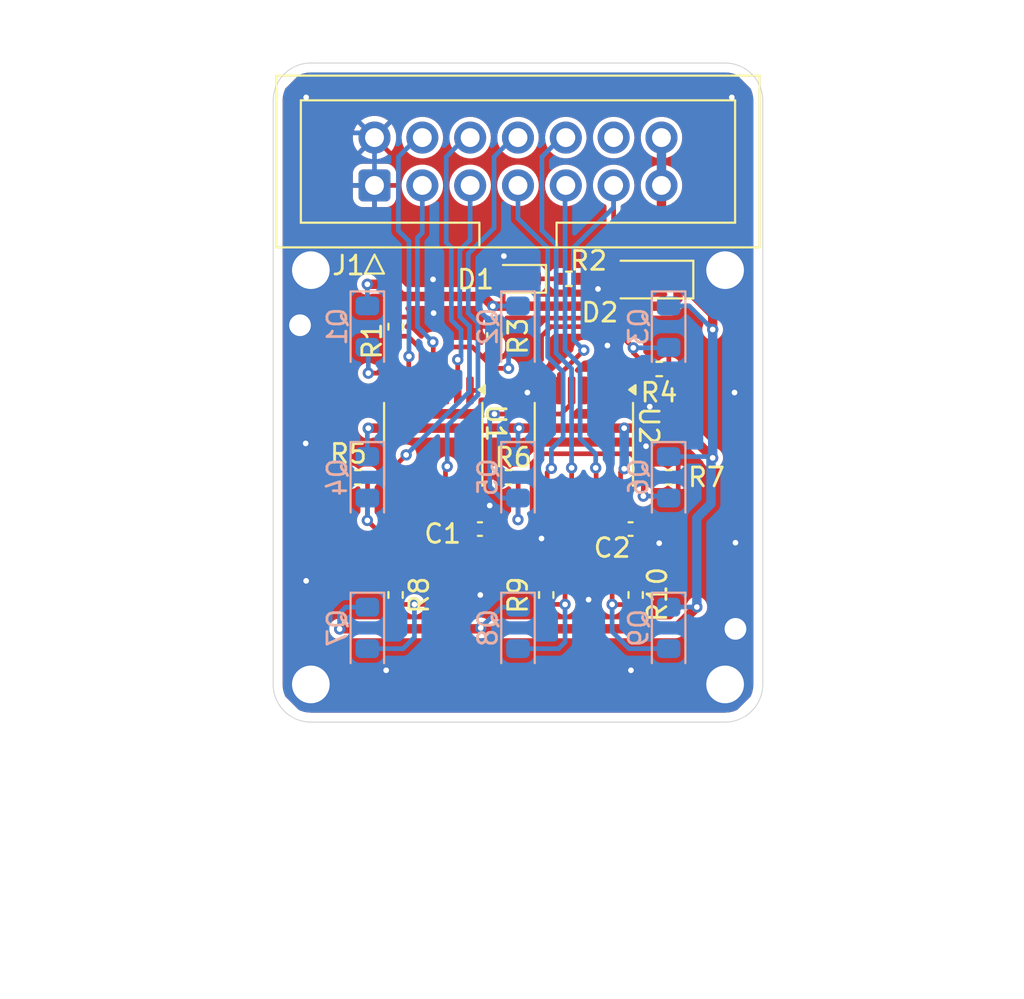
<source format=kicad_pcb>
(kicad_pcb (version 20240108) (generator "pcbnew") (generator_version "8.0")
  (layers (0 "F.Cu" signal) (31 "B.Cu" signal) (34 "B.Paste" user) (35 "F.Paste" user) (36 "B.SilkS" user "B.Silkscreen") (37 "F.SilkS" user "F.Silkscreen") (38 "B.Mask" user) (39 "F.Mask" user) (44 "Edge.Cuts" user))
  (net 0 "")
  (net 1 "GND")
  (net 2 "VCC")
  (net 3 "Net-(D1-K)")
  (net 4 "Net-(D2-A)")
  (net 6 "/D5")
  (net 7 "/D1")
  (net 8 "/D4")
  (net 9 "/D3")
  (net 10 "/D2")
  (net 11 "/CK")
  (net 12 "/D7")
  (net 13 "/D0")
  (net 14 "/D6")
  (net 15 "Net-(Q1-E)")
  (net 16 "Net-(Q2-E)")
  (net 17 "Net-(Q3-E)")
  (net 18 "Net-(Q4-E)")
  (net 19 "Net-(Q5-E)")
  (net 20 "Net-(Q6-E)")
  (net 21 "Net-(Q7-E)")
  (net 22 "Net-(Q8-E)")
  (net 23 "Net-(Q9-E)")
  (footprint "Resistor_SMD:R_0402_1005Metric" (layer "F.Cu") (at 172.7025 96.46 180)
    (property "Reference" "R2" (at -1.0475 0.96 0) (layer "F.SilkS"))
    (property "Value" "4k7")
    (fp_line (start -0.153641 0.38) (end 0.153641 0.38) (stroke (width 0.12)) (layer "F.SilkS"))
    (fp_line (start -0.153641 -0.38) (end 0.153641 -0.38) (stroke (width 0.12)) (layer "F.SilkS"))
    (pad "1" smd roundrect (at -0.51 0 180) (size 0.54 0.64) (layers "F.Cu" "F.Paste" "F.Mask") (net 11 "/CK"))
    (pad "2" smd roundrect (at 0.51 0 180) (size 0.54 0.64) (layers "F.Cu" "F.Paste" "F.Mask") (net 3 "Net-(D1-K)"))
  )
  (footprint "Diode_SMD:D_SOD-123F" (layer "F.Cu") (at 177.1 96.5 180)
    (property "Reference" "D2" (at 2.75 -1.75 0) (layer "F.SilkS"))
    (property "Value" "PMEG4010EH")
    (fp_line (start -2.21 1) (end 1.65 1) (stroke (width 0.12)) (layer "F.SilkS"))
    (fp_line (start -2.21 -1) (end 1.65 -1) (stroke (width 0.12)) (layer "F.SilkS"))
    (fp_line (start -2.21 -1) (end -2.21 1) (stroke (width 0.12)) (layer "F.SilkS"))
    (pad "1" smd roundrect (at -1.4 0 180) (size 1.1 1.1) (layers "F.Cu" "F.Paste" "F.Mask") (roundrect_rratio 0.2272727273) (net 2 "VCC"))
    (pad "2" smd roundrect (at 1.4 0 180) (size 1.1 1.1) (layers "F.Cu" "F.Paste" "F.Mask") (roundrect_rratio 0.2272727273) (net 4 "Net-(D2-A)"))
  )
  (footprint "Capacitor_SMD:C_0402_1005Metric" (layer "F.Cu") (at 167.98 109.75)
    (property "Reference" "C1" (at -1.98 0.25 0) (layer "F.SilkS"))
    (property "Value" "100nF")
    (fp_line (start -0.107836 -0.36) (end 0.107836 -0.36) (stroke (width 0.12)) (layer "F.SilkS"))
    (fp_line (start -0.107836 0.36) (end 0.107836 0.36) (stroke (width 0.12)) (layer "F.SilkS"))
    (pad "1" smd roundrect (at -0.48 0) (size 0.56 0.62) (layers "F.Cu" "F.Paste" "F.Mask") (net 2 "VCC"))
    (pad "2" smd roundrect (at 0.48 0) (size 0.56 0.62) (layers "F.Cu" "F.Paste" "F.Mask") (net 1 "GND"))
  )
  (footprint "Resistor_SMD:R_0402_1005Metric" (layer "F.Cu") (at 178 107)
    (property "Reference" "R7" (at 2.01 0 0) (layer "F.SilkS"))
    (property "Value" "820k")
    (fp_line (start -0.153641 -0.38) (end 0.153641 -0.38) (stroke (width 0.12)) (layer "F.SilkS"))
    (fp_line (start -0.153641 0.38) (end 0.153641 0.38) (stroke (width 0.12)) (layer "F.SilkS"))
    (pad "1" smd roundrect (at -0.51 0) (size 0.54 0.64) (layers "F.Cu" "F.Paste" "F.Mask") (net 20 "Net-(Q6-E)"))
    (pad "2" smd roundrect (at 0.51 0) (size 0.54 0.64) (layers "F.Cu" "F.Paste" "F.Mask") (net 1 "GND"))
  )
  (footprint "Package_SO:TSSOP-14_4.4x5mm_P0.65mm" (layer "F.Cu") (at 173.5 105.25 -90)
    (property "Reference" "U2" (at -1 -3.45 -90) (layer "F.SilkS"))
    (property "Value" "74HC14")
    (fp_line (start 0 2.61) (end -2.2 2.61) (stroke (width 0.12)) (layer "F.SilkS"))
    (fp_line (start 0 2.61) (end 2.2 2.61) (stroke (width 0.12)) (layer "F.SilkS"))
    (fp_line (start 0 -2.61) (end -2.2 -2.61) (stroke (width 0.12)) (layer "F.SilkS"))
    (fp_line (start 0 -2.61) (end 2.2 -2.61) (stroke (width 0.12)) (layer "F.SilkS"))
    (fp_poly (pts (xy -2.9 -2.41) (xy -3.14 -2.74) (xy -2.66 -2.74) (xy -2.9 -2.41)) (stroke (width 0.12)) (fill solid) (layer "F.SilkS"))
    (pad "1" smd roundrect (at -2.8625 -1.95 270) (size 1.475 0.4) (layers "F.Cu" "F.Paste" "F.Mask") (net 1 "GND"))
    (pad "2" smd roundrect (at -2.8625 -1.3 270) (size 1.475 0.4) (layers "F.Cu" "F.Paste" "F.Mask"))
    (pad "3" smd roundrect (at -2.8625 -0.65 270) (size 1.475 0.4) (layers "F.Cu" "F.Paste" "F.Mask") (net 1 "GND"))
    (pad "4" smd roundrect (at -2.8625 0 270) (size 1.475 0.4) (layers "F.Cu" "F.Paste" "F.Mask"))
    (pad "5" smd roundrect (at -2.8625 0.65 270) (size 1.475 0.4) (layers "F.Cu" "F.Paste" "F.Mask") (net 19 "Net-(Q5-E)"))
    (pad "6" smd roundrect (at -2.8625 1.3 270) (size 1.475 0.4) (layers "F.Cu" "F.Paste" "F.Mask") (net 11 "/CK"))
    (pad "7" smd roundrect (at -2.8625 1.95 270) (size 1.475 0.4) (layers "F.Cu" "F.Paste" "F.Mask") (net 1 "GND"))
    (pad "8" smd roundrect (at 2.8625 1.95 270) (size 1.475 0.4) (layers "F.Cu" "F.Paste" "F.Mask") (net 6 "/D5"))
    (pad "9" smd roundrect (at 2.8625 1.3 270) (size 1.475 0.4) (layers "F.Cu" "F.Paste" "F.Mask") (net 21 "Net-(Q7-E)"))
    (pad "10" smd roundrect (at 2.8625 0.65 270) (size 1.475 0.4) (layers "F.Cu" "F.Paste" "F.Mask") (net 14 "/D6"))
    (pad "11" smd roundrect (at 2.8625 0 270) (size 1.475 0.4) (layers "F.Cu" "F.Paste" "F.Mask") (net 22 "Net-(Q8-E)"))
    (pad "12" smd roundrect (at 2.8625 -0.65 270) (size 1.475 0.4) (layers "F.Cu" "F.Paste" "F.Mask") (net 12 "/D7"))
    (pad "13" smd roundrect (at 2.8625 -1.3 270) (size 1.475 0.4) (layers "F.Cu" "F.Paste" "F.Mask") (net 23 "Net-(Q9-E)"))
    (pad "14" smd roundrect (at 2.8625 -1.95 270) (size 1.475 0.4) (layers "F.Cu" "F.Paste" "F.Mask") (net 2 "VCC"))
  )
  (footprint "Capacitor_SMD:C_0402_1005Metric" (layer "F.Cu") (at 175.98 109.75)
    (property "Reference" "C2" (at -0.98 1 0) (layer "F.SilkS"))
    (property "Value" "100nF")
    (fp_line (start -0.107836 -0.36) (end 0.107836 -0.36) (stroke (width 0.12)) (layer "F.SilkS"))
    (fp_line (start -0.107836 0.36) (end 0.107836 0.36) (stroke (width 0.12)) (layer "F.SilkS"))
    (pad "1" smd roundrect (at -0.48 0) (size 0.56 0.62) (layers "F.Cu" "F.Paste" "F.Mask") (net 2 "VCC"))
    (pad "2" smd roundrect (at 0.48 0) (size 0.56 0.62) (layers "F.Cu" "F.Paste" "F.Mask") (net 1 "GND"))
  )
  (footprint "Resistor_SMD:R_0402_1005Metric" (layer "F.Cu") (at 177.5 101.25)
    (property "Reference" "R4" (at -0.01 1.25 0) (layer "F.SilkS"))
    (property "Value" "820k")
    (fp_line (start -0.153641 -0.38) (end 0.153641 -0.38) (stroke (width 0.12)) (layer "F.SilkS"))
    (fp_line (start -0.153641 0.38) (end 0.153641 0.38) (stroke (width 0.12)) (layer "F.SilkS"))
    (pad "1" smd roundrect (at -0.51 0) (size 0.54 0.64) (layers "F.Cu" "F.Paste" "F.Mask") (net 17 "Net-(Q3-E)"))
    (pad "2" smd roundrect (at 0.51 0) (size 0.54 0.64) (layers "F.Cu" "F.Paste" "F.Mask") (net 1 "GND"))
  )
  (footprint "Connector_IDC:IDC-Header_2x07_P2.54mm_Vertical" (layer "F.Cu") (at 162.38 91.5 90)
    (property "Reference" "J1" (at -4.2475 -1.38 180) (layer "F.SilkS"))
    (property "Value" "Conn_02x07_Odd_Even")
    (fp_line (start 5.83 -5.21) (end 5.83 20.45) (stroke (width 0.12)) (layer "F.SilkS"))
    (fp_line (start -3.29 -5.21) (end 5.83 -5.21) (stroke (width 0.12)) (layer "F.SilkS"))
    (fp_line (start 4.52 -3.91) (end 4.52 19.15) (stroke (width 0.12)) (layer "F.SilkS"))
    (fp_line (start -1.98 -3.91) (end 4.52 -3.91) (stroke (width 0.12)) (layer "F.SilkS"))
    (fp_line (start -4.68 -0.5) (end -4.68 0.5) (stroke (width 0.12)) (layer "F.SilkS"))
    (fp_line (start -3.68 0) (end -4.68 -0.5) (stroke (width 0.12)) (layer "F.SilkS"))
    (fp_line (start -4.68 0.5) (end -3.68 0) (stroke (width 0.12)) (layer "F.SilkS"))
    (fp_line (start -1.98 5.57) (end -1.98 -3.91) (stroke (width 0.12)) (layer "F.SilkS"))
    (fp_line (start -3.29 5.57) (end -1.98 5.57) (stroke (width 0.12)) (layer "F.SilkS"))
    (fp_line (start -1.98 9.67) (end -1.98 9.67) (stroke (width 0.12)) (layer "F.SilkS"))
    (fp_line (start -1.98 9.67) (end -3.29 9.67) (stroke (width 0.12)) (layer "F.SilkS"))
    (fp_line (start 4.52 19.15) (end -1.98 19.15) (stroke (width 0.12)) (layer "F.SilkS"))
    (fp_line (start -1.98 19.15) (end -1.98 9.67) (stroke (width 0.12)) (layer "F.SilkS"))
    (fp_line (start 5.83 20.45) (end -3.29 20.45) (stroke (width 0.12)) (layer "F.SilkS"))
    (fp_line (start -3.29 20.45) (end -3.29 -5.21) (stroke (width 0.12)) (layer "F.SilkS"))
    (pad "1" thru_hole roundrect (at 0 0 90) (size 1.7 1.7) (drill 1) (layers "*.Cu" "*.Mask") (roundrect_rratio 0.147059) (net 1 "GND"))
    (pad "2" thru_hole circle (at 2.54 0 90) (size 1.7 1.7) (drill 1) (layers "*.Cu" "*.Mask") (net 1 "GND"))
    (pad "3" thru_hole circle (at 0 2.54 90) (size 1.7 1.7) (drill 1) (layers "*.Cu" "*.Mask") (net 7 "/D1"))
    (pad "4" thru_hole circle (at 2.54 2.54 90) (size 1.7 1.7) (drill 1) (layers "*.Cu" "*.Mask") (net 13 "/D0"))
    (pad "5" thru_hole circle (at 0 5.08 90) (size 1.7 1.7) (drill 1) (layers "*.Cu" "*.Mask") (net 9 "/D3"))
    (pad "6" thru_hole circle (at 2.54 5.08 90) (size 1.7 1.7) (drill 1) (layers "*.Cu" "*.Mask") (net 10 "/D2"))
    (pad "7" thru_hole circle (at 0 7.62 90) (size 1.7 1.7) (drill 1) (layers "*.Cu" "*.Mask") (net 6 "/D5"))
    (pad "8" thru_hole circle (at 2.54 7.62 90) (size 1.7 1.7) (drill 1) (layers "*.Cu" "*.Mask") (net 8 "/D4"))
    (pad "9" thru_hole circle (at 0 10.16 90) (size 1.7 1.7) (drill 1) (layers "*.Cu" "*.Mask") (net 12 "/D7"))
    (pad "10" thru_hole circle (at 2.54 10.16 90) (size 1.7 1.7) (drill 1) (layers "*.Cu" "*.Mask") (net 14 "/D6"))
    (pad "11" thru_hole circle (at 0 12.7 90) (size 1.7 1.7) (drill 1) (layers "*.Cu" "*.Mask") (net 11 "/CK"))
    (pad "12" thru_hole circle (at 2.54 12.7 90) (size 1.7 1.7) (drill 1) (layers "*.Cu" "*.Mask"))
    (pad "13" thru_hole circle (at 0 15.24 90) (size 1.7 1.7) (drill 1) (layers "*.Cu" "*.Mask") (net 4 "Net-(D2-A)"))
    (pad "14" thru_hole circle (at 2.54 15.24 90) (size 1.7 1.7) (drill 1) (layers "*.Cu" "*.Mask") (net 4 "Net-(D2-A)"))
  )
  (footprint "Resistor_SMD:R_0402_1005Metric" (layer "F.Cu") (at 176.25 113.25 90)
    (property "Reference" "R10" (at 0.025 1.15 90) (layer "F.SilkS"))
    (property "Value" "820k")
    (fp_line (start -0.153641 -0.38) (end 0.153641 -0.38) (stroke (width 0.12)) (layer "F.SilkS"))
    (fp_line (start -0.153641 0.38) (end 0.153641 0.38) (stroke (width 0.12)) (layer "F.SilkS"))
    (pad "1" smd roundrect (at -0.51 0 90) (size 0.54 0.64) (layers "F.Cu" "F.Paste" "F.Mask") (net 23 "Net-(Q9-E)"))
    (pad "2" smd roundrect (at 0.51 0 90) (size 0.54 0.64) (layers "F.Cu" "F.Paste" "F.Mask") (net 1 "GND"))
  )
  (footprint "Resistor_SMD:R_0402_1005Metric" (layer "F.Cu") (at 163.5 99 90)
    (property "Reference" "R1" (at -0.76 -1.25 90) (layer "F.SilkS"))
    (property "Value" "820k")
    (fp_line (start -0.153641 -0.38) (end 0.153641 -0.38) (stroke (width 0.12)) (layer "F.SilkS"))
    (fp_line (start -0.153641 0.38) (end 0.153641 0.38) (stroke (width 0.12)) (layer "F.SilkS"))
    (pad "1" smd roundrect (at -0.51 0 90) (size 0.54 0.64) (layers "F.Cu" "F.Paste" "F.Mask") (net 15 "Net-(Q1-E)"))
    (pad "2" smd roundrect (at 0.51 0 90) (size 0.54 0.64) (layers "F.Cu" "F.Paste" "F.Mask") (net 1 "GND"))
  )
  (footprint "Resistor_SMD:R_0402_1005Metric" (layer "F.Cu") (at 171.5 113.25 90)
    (property "Reference" "R9" (at -0.01 -1.5 90) (layer "F.SilkS"))
    (property "Value" "820k")
    (fp_line (start -0.153641 -0.38) (end 0.153641 -0.38) (stroke (width 0.12)) (layer "F.SilkS"))
    (fp_line (start -0.153641 0.38) (end 0.153641 0.38) (stroke (width 0.12)) (layer "F.SilkS"))
    (pad "1" smd roundrect (at -0.51 0 90) (size 0.54 0.64) (layers "F.Cu" "F.Paste" "F.Mask") (net 22 "Net-(Q8-E)"))
    (pad "2" smd roundrect (at 0.51 0 90) (size 0.54 0.64) (layers "F.Cu" "F.Paste" "F.Mask") (net 1 "GND"))
  )
  (footprint "Package_SO:TSSOP-14_4.4x5mm_P0.65mm" (layer "F.Cu") (at 165.5 105.25 -90)
    (property "Reference" "U1" (at -1.125 -3.325 -90) (layer "F.SilkS"))
    (property "Value" "74HC14")
    (fp_line (start 0 2.61) (end -2.2 2.61) (stroke (width 0.12)) (layer "F.SilkS"))
    (fp_line (start 0 2.61) (end 2.2 2.61) (stroke (width 0.12)) (layer "F.SilkS"))
    (fp_line (start 0 -2.61) (end -2.2 -2.61) (stroke (width 0.12)) (layer "F.SilkS"))
    (fp_line (start 0 -2.61) (end 2.2 -2.61) (stroke (width 0.12)) (layer "F.SilkS"))
    (fp_poly (pts (xy -2.9 -2.41) (xy -3.14 -2.74) (xy -2.66 -2.74) (xy -2.9 -2.41)) (stroke (width 0.12)) (fill solid) (layer "F.SilkS"))
    (pad "1" smd roundrect (at -2.8625 -1.95 270) (size 1.475 0.4) (layers "F.Cu" "F.Paste" "F.Mask") (net 17 "Net-(Q3-E)"))
    (pad "2" smd roundrect (at -2.8625 -1.3 270) (size 1.475 0.4) (layers "F.Cu" "F.Paste" "F.Mask") (net 10 "/D2"))
    (pad "3" smd roundrect (at -2.8625 -0.65 270) (size 1.475 0.4) (layers "F.Cu" "F.Paste" "F.Mask") (net 16 "Net-(Q2-E)"))
    (pad "4" smd roundrect (at -2.8625 0 270) (size 1.475 0.4) (layers "F.Cu" "F.Paste" "F.Mask") (net 7 "/D1"))
    (pad "5" smd roundrect (at -2.8625 0.65 270) (size 1.475 0.4) (layers "F.Cu" "F.Paste" "F.Mask") (net 15 "Net-(Q1-E)"))
    (pad "6" smd roundrect (at -2.8625 1.3 270) (size 1.475 0.4) (layers "F.Cu" "F.Paste" "F.Mask") (net 13 "/D0"))
    (pad "7" smd roundrect (at -2.8625 1.95 270) (size 1.475 0.4) (layers "F.Cu" "F.Paste" "F.Mask") (net 1 "GND"))
    (pad "8" smd roundrect (at 2.8625 1.95 270) (size 1.475 0.4) (layers "F.Cu" "F.Paste" "F.Mask") (net 9 "/D3"))
    (pad "9" smd roundrect (at 2.8625 1.3 270) (size 1.475 0.4) (layers "F.Cu" "F.Paste" "F.Mask") (net 18 "Net-(Q4-E)"))
    (pad "10" smd roundrect (at 2.8625 0.65 270) (size 1.475 0.4) (layers "F.Cu" "F.Paste" "F.Mask"))
    (pad "11" smd roundrect (at 2.8625 0 270) (size 1.475 0.4) (layers "F.Cu" "F.Paste" "F.Mask") (net 1 "GND"))
    (pad "12" smd roundrect (at 2.8625 -0.65 270) (size 1.475 0.4) (layers "F.Cu" "F.Paste" "F.Mask") (net 8 "/D4"))
    (pad "13" smd roundrect (at 2.8625 -1.3 270) (size 1.475 0.4) (layers "F.Cu" "F.Paste" "F.Mask") (net 20 "Net-(Q6-E)"))
    (pad "14" smd roundrect (at 2.8625 -1.95 270) (size 1.475 0.4) (layers "F.Cu" "F.Paste" "F.Mask") (net 2 "VCC"))
  )
  (footprint "LED_SMD:LED_0603_1608Metric" (layer "F.Cu") (at 170 96.46 180)
    (property "Reference" "D1" (at 2.25 -0.0375 0) (layer "F.SilkS"))
    (property "Value" "LED")
    (fp_line (start 0.8 -0.735) (end -1.485 -0.735) (stroke (width 0.12)) (layer "F.SilkS"))
    (fp_line (start -1.485 0.735) (end 0.8 0.735) (stroke (width 0.12)) (layer "F.SilkS"))
    (fp_line (start -1.485 -0.735) (end -1.485 0.735) (stroke (width 0.12)) (layer "F.SilkS"))
    (pad "1" smd roundrect (at -0.7875 0 180) (size 0.875 0.95) (layers "F.Cu" "F.Paste" "F.Mask") (net 3 "Net-(D1-K)"))
    (pad "2" smd roundrect (at 0.7875 0 180) (size 0.875 0.95) (layers "F.Cu" "F.Paste" "F.Mask") (net 2 "VCC"))
  )
  (footprint "Resistor_SMD:R_0402_1005Metric" (layer "F.Cu") (at 169.5 107 180)
    (property "Reference" "R6" (at -0.25 1.05 0) (layer "F.SilkS"))
    (property "Value" "820k")
    (fp_line (start -0.153641 0.38) (end 0.153641 0.38) (stroke (width 0.12)) (layer "F.SilkS"))
    (fp_line (start -0.153641 -0.38) (end 0.153641 -0.38) (stroke (width 0.12)) (layer "F.SilkS"))
    (pad "1" smd roundrect (at -0.51 0 180) (size 0.54 0.64) (layers "F.Cu" "F.Paste" "F.Mask") (net 19 "Net-(Q5-E)"))
    (pad "2" smd roundrect (at 0.51 0 180) (size 0.54 0.64) (layers "F.Cu" "F.Paste" "F.Mask") (net 1 "GND"))
  )
  (footprint "Resistor_SMD:R_0402_1005Metric" (layer "F.Cu") (at 168.75 99.5 90)
    (property "Reference" "R3" (at -0.01 1.25 90) (layer "F.SilkS"))
    (property "Value" "820k")
    (fp_line (start -0.153641 -0.38) (end 0.153641 -0.38) (stroke (width 0.12)) (layer "F.SilkS"))
    (fp_line (start -0.153641 0.38) (end 0.153641 0.38) (stroke (width 0.12)) (layer "F.SilkS"))
    (pad "1" smd roundrect (at -0.51 0 90) (size 0.54 0.64) (layers "F.Cu" "F.Paste" "F.Mask") (net 16 "Net-(Q2-E)"))
    (pad "2" smd roundrect (at 0.51 0 90) (size 0.54 0.64) (layers "F.Cu" "F.Paste" "F.Mask") (net 1 "GND"))
  )
  (footprint "Resistor_SMD:R_0402_1005Metric" (layer "F.Cu") (at 163.5 113.25 90)
    (property "Reference" "R8" (at -0.01 1.25 90) (layer "F.SilkS"))
    (property "Value" "820k")
    (fp_line (start -0.153641 -0.38) (end 0.153641 -0.38) (stroke (width 0.12)) (layer "F.SilkS"))
    (fp_line (start -0.153641 0.38) (end 0.153641 0.38) (stroke (width 0.12)) (layer "F.SilkS"))
    (pad "1" smd roundrect (at -0.51 0 90) (size 0.54 0.64) (layers "F.Cu" "F.Paste" "F.Mask") (net 21 "Net-(Q7-E)"))
    (pad "2" smd roundrect (at 0.51 0 90) (size 0.54 0.64) (layers "F.Cu" "F.Paste" "F.Mask") (net 1 "GND"))
  )
  (footprint "Resistor_SMD:R_0402_1005Metric" (layer "F.Cu") (at 161.5 107 180)
    (property "Reference" "R5" (at 0.5 1.25 0) (layer "F.SilkS"))
    (property "Value" "820k")
    (fp_line (start -0.153641 0.38) (end 0.153641 0.38) (stroke (width 0.12)) (layer "F.SilkS"))
    (fp_line (start -0.153641 -0.38) (end 0.153641 -0.38) (stroke (width 0.12)) (layer "F.SilkS"))
    (pad "1" smd roundrect (at -0.51 0 180) (size 0.54 0.64) (layers "F.Cu" "F.Paste" "F.Mask") (net 18 "Net-(Q4-E)"))
    (pad "2" smd roundrect (at 0.51 0 180) (size 0.54 0.64) (layers "F.Cu" "F.Paste" "F.Mask") (net 1 "GND"))
  )
  (footprint "OptoDevice:Osram_SFH3710" (layer "B.Cu") (at 170 99 -90)
    (property "Reference" "Q2" (at 0 1.6 90) (layer "B.SilkS") (effects (justify mirror)))
    (property "Value" "SFH3710-4")
    (fp_line (start -1.87 0.89) (end 1.87 0.89) (stroke (width 0.12)) (layer "B.SilkS"))
    (fp_line (start -1.87 0.89) (end -1.87 -0.89) (stroke (width 0.12)) (layer "B.SilkS"))
    (fp_line (start 1.87 -0.89) (end -1.87 -0.89) (stroke (width 0.12)) (layer "B.SilkS"))
    (pad "1" smd roundrect (at -1.1 0 270) (size 1 1.25) (layers "B.Cu" "B.Paste" "B.Mask") (net 2 "VCC"))
    (pad "2" smd roundrect (at 1.1 0 270) (size 1 1.25) (layers "B.Cu" "B.Paste" "B.Mask") (net 16 "Net-(Q2-E)"))
  )
  (footprint "OptoDevice:Osram_SFH3710" (layer "B.Cu") (at 162 107 -90)
    (property "Reference" "Q4" (at 0 1.6 90) (layer "B.SilkS") (effects (justify mirror)))
    (property "Value" "SFH3710-4")
    (fp_line (start -1.87 0.89) (end 1.87 0.89) (stroke (width 0.12)) (layer "B.SilkS"))
    (fp_line (start -1.87 0.89) (end -1.87 -0.89) (stroke (width 0.12)) (layer "B.SilkS"))
    (fp_line (start 1.87 -0.89) (end -1.87 -0.89) (stroke (width 0.12)) (layer "B.SilkS"))
    (pad "1" smd roundrect (at -1.1 0 270) (size 1 1.25) (layers "B.Cu" "B.Paste" "B.Mask") (net 2 "VCC"))
    (pad "2" smd roundrect (at 1.1 0 270) (size 1 1.25) (layers "B.Cu" "B.Paste" "B.Mask") (net 18 "Net-(Q4-E)"))
  )
  (footprint "OptoDevice:Osram_SFH3710" (layer "B.Cu") (at 162 99 -90)
    (property "Reference" "Q1" (at 0 1.6 90) (layer "B.SilkS") (effects (justify mirror)))
    (property "Value" "SFH3710-4")
    (fp_line (start -1.87 0.89) (end 1.87 0.89) (stroke (width 0.12)) (layer "B.SilkS"))
    (fp_line (start -1.87 0.89) (end -1.87 -0.89) (stroke (width 0.12)) (layer "B.SilkS"))
    (fp_line (start 1.87 -0.89) (end -1.87 -0.89) (stroke (width 0.12)) (layer "B.SilkS"))
    (pad "1" smd roundrect (at -1.1 0 270) (size 1 1.25) (layers "B.Cu" "B.Paste" "B.Mask") (net 2 "VCC"))
    (pad "2" smd roundrect (at 1.1 0 270) (size 1 1.25) (layers "B.Cu" "B.Paste" "B.Mask") (net 15 "Net-(Q1-E)"))
  )
  (footprint "OptoDevice:Osram_SFH3710" (layer "B.Cu") (at 178 107 -90)
    (property "Reference" "Q6" (at 0 1.6 90) (layer "B.SilkS") (effects (justify mirror)))
    (property "Value" "SFH3710-4")
    (fp_line (start -1.87 0.89) (end 1.87 0.89) (stroke (width 0.12)) (layer "B.SilkS"))
    (fp_line (start -1.87 0.89) (end -1.87 -0.89) (stroke (width 0.12)) (layer "B.SilkS"))
    (fp_line (start 1.87 -0.89) (end -1.87 -0.89) (stroke (width 0.12)) (layer "B.SilkS"))
    (pad "1" smd roundrect (at -1.1 0 270) (size 1 1.25) (layers "B.Cu" "B.Paste" "B.Mask") (net 2 "VCC"))
    (pad "2" smd roundrect (at 1.1 0 270) (size 1 1.25) (layers "B.Cu" "B.Paste" "B.Mask") (net 20 "Net-(Q6-E)"))
  )
  (footprint "OptoDevice:Osram_SFH3710" (layer "B.Cu") (at 170 115 -90)
    (property "Reference" "Q8" (at 0 1.6 90) (layer "B.SilkS") (effects (justify mirror)))
    (property "Value" "SFH3710-4")
    (fp_line (start -1.87 0.89) (end 1.87 0.89) (stroke (width 0.12)) (layer "B.SilkS"))
    (fp_line (start -1.87 0.89) (end -1.87 -0.89) (stroke (width 0.12)) (layer "B.SilkS"))
    (fp_line (start 1.87 -0.89) (end -1.87 -0.89) (stroke (width 0.12)) (layer "B.SilkS"))
    (pad "1" smd roundrect (at -1.1 0 270) (size 1 1.25) (layers "B.Cu" "B.Paste" "B.Mask") (net 2 "VCC"))
    (pad "2" smd roundrect (at 1.1 0 270) (size 1 1.25) (layers "B.Cu" "B.Paste" "B.Mask") (net 22 "Net-(Q8-E)"))
  )
  (footprint "OptoDevice:Osram_SFH3710" (layer "B.Cu") (at 178 99 -90)
    (property "Reference" "Q3" (at 0 1.6 90) (layer "B.SilkS") (effects (justify mirror)))
    (property "Value" "SFH3710-4")
    (fp_line (start -1.87 0.89) (end 1.87 0.89) (stroke (width 0.12)) (layer "B.SilkS"))
    (fp_line (start -1.87 0.89) (end -1.87 -0.89) (stroke (width 0.12)) (layer "B.SilkS"))
    (fp_line (start 1.87 -0.89) (end -1.87 -0.89) (stroke (width 0.12)) (layer "B.SilkS"))
    (pad "1" smd roundrect (at -1.1 0 270) (size 1 1.25) (layers "B.Cu" "B.Paste" "B.Mask") (net 2 "VCC"))
    (pad "2" smd roundrect (at 1.1 0 270) (size 1 1.25) (layers "B.Cu" "B.Paste" "B.Mask") (net 17 "Net-(Q3-E)"))
  )
  (footprint "OptoDevice:Osram_SFH3710" (layer "B.Cu") (at 178 115 -90)
    (property "Reference" "Q9" (at 0 1.6 90) (layer "B.SilkS") (effects (justify mirror)))
    (property "Value" "SFH3710-4")
    (fp_line (start -1.87 0.89) (end 1.87 0.89) (stroke (width 0.12)) (layer "B.SilkS"))
    (fp_line (start -1.87 0.89) (end -1.87 -0.89) (stroke (width 0.12)) (layer "B.SilkS"))
    (fp_line (start 1.87 -0.89) (end -1.87 -0.89) (stroke (width 0.12)) (layer "B.SilkS"))
    (pad "1" smd roundrect (at -1.1 0 270) (size 1 1.25) (layers "B.Cu" "B.Paste" "B.Mask") (net 2 "VCC"))
    (pad "2" smd roundrect (at 1.1 0 270) (size 1 1.25) (layers "B.Cu" "B.Paste" "B.Mask") (net 23 "Net-(Q9-E)"))
  )
  (footprint "OptoDevice:Osram_SFH3710" (layer "B.Cu") (at 162 115 -90)
    (property "Reference" "Q7" (at 0 1.6 90) (layer "B.SilkS") (effects (justify mirror)))
    (property "Value" "SFH3710-4")
    (fp_line (start -1.87 0.89) (end 1.87 0.89) (stroke (width 0.12)) (layer "B.SilkS"))
    (fp_line (start -1.87 0.89) (end -1.87 -0.89) (stroke (width 0.12)) (layer "B.SilkS"))
    (fp_line (start 1.87 -0.89) (end -1.87 -0.89) (stroke (width 0.12)) (layer "B.SilkS"))
    (pad "1" smd roundrect (at -1.1 0 270) (size 1 1.25) (layers "B.Cu" "B.Paste" "B.Mask") (net 2 "VCC"))
    (pad "2" smd roundrect (at 1.1 0 270) (size 1 1.25) (layers "B.Cu" "B.Paste" "B.Mask") (net 21 "Net-(Q7-E)"))
  )
  (footprint "OptoDevice:Osram_SFH3710" (layer "B.Cu") (at 170 107 -90)
    (property "Reference" "Q5" (at 0 1.6 90) (layer "B.SilkS") (effects (justify mirror)))
    (property "Value" "SFH3710-4")
    (fp_line (start -1.87 0.89) (end 1.87 0.89) (stroke (width 0.12)) (layer "B.SilkS"))
    (fp_line (start -1.87 0.89) (end -1.87 -0.89) (stroke (width 0.12)) (layer "B.SilkS"))
    (fp_line (start 1.87 -0.89) (end -1.87 -0.89) (stroke (width 0.12)) (layer "B.SilkS"))
    (pad "1" smd roundrect (at -1.1 0 270) (size 1 1.25) (layers "B.Cu" "B.Paste" "B.Mask") (net 2 "VCC"))
    (pad "2" smd roundrect (at 1.1 0 270) (size 1 1.25) (layers "B.Cu" "B.Paste" "B.Mask") (net 19 "Net-(Q5-E)"))
  )
  (gr_arc (start 183 118) (mid 182.414214 119.414214) (end 181 120) (stroke (width 0.05)) (layer "Edge.Cuts"))
  (gr_arc (start 159 120) (mid 157.585786 119.414214) (end 157 118) (stroke (width 0.05)) (layer "Edge.Cuts"))
  (gr_line (start 183 118) (end 183 87) (stroke (width 0.05)) (layer "Edge.Cuts"))
  (gr_line (start 159 120) (end 181 120) (stroke (width 0.05)) (layer "Edge.Cuts"))
  (gr_line (start 157 87) (end 157 118) (stroke (width 0.05)) (layer "Edge.Cuts"))
  (gr_line (start 181 85) (end 159 85) (stroke (width 0.05)) (layer "Edge.Cuts"))
  (gr_arc (start 181 85) (mid 182.414214 85.585786) (end 183 87) (stroke (width 0.05)) (layer "Edge.Cuts"))
  (gr_arc (start 157 87) (mid 157.585786 85.585786) (end 159 85) (stroke (width 0.05)) (layer "Edge.Cuts"))
  (segment (start 171.45 98.55) (end 175.55 98.55) (width 0.25) (layer "F.Cu") (net 1))
  (segment (start 171.55 102.3875) (end 171.55 101.650001) (width 0.25) (layer "F.Cu") (net 1))
  (segment (start 171 99) (end 171.45 98.55) (width 0.25) (layer "F.Cu") (net 1))
  (segment (start 171.55 101.650001) (end 171.5 101.600001) (width 0.25) (layer "F.Cu") (net 1))
  (segment (start 168.75 98.99) (end 170.99 98.99) (width 0.25) (layer "F.Cu") (net 1))
  (segment (start 171.5 101.25) (end 171.75 101) (width 0.25) (layer "F.Cu") (net 1))
  (segment (start 171.5 101.600001) (end 171.5 101.25) (width 0.25) (layer "F.Cu") (net 1))
  (segment (start 175.55 98.55) (end 175.75 98.75) (width 0.25) (layer "F.Cu") (net 1))
  (segment (start 171.75 101) (end 171.75 100.25) (width 0.25) (layer "F.Cu") (net 1))
  (segment (start 170.99 98.99) (end 171 99) (width 0.25) (layer "F.Cu") (net 1))
  (via (at 181.55 110.475) (size 0.6) (drill 0.3) (layers "F.Cu" "B.Cu") (net 1))
  (via (at 158.425 98.925) (size 1.5) (drill 1.152) (layers "F.Cu" "B.Cu") (net 1))
  (via (at 181.356 86.8255) (size 0.6) (drill 0.3) (layers "F.Cu" "B.Cu") (net 1))
  (via (at 159 96) (size 2.5) (drill 2) (layers "F.Cu" "B.Cu") (net 1))
  (via (at 181 96) (size 2.5) (drill 2) (layers "F.Cu" "B.Cu") (net 1))
  (via (at 170.5 102.5) (size 0.6) (drill 0.3) (layers "F.Cu" "B.Cu") (net 1))
  (via (at 177 103.25) (size 0.6) (drill 0.3) (layers "F.Cu" "B.Cu") (net 1))
  (via (at 177.5 110.5) (size 0.6) (drill 0.3) (layers "F.Cu" "B.Cu") (net 1))
  (via (at 163 117.25) (size 0.6) (drill 0.3) (layers "F.Cu" "B.Cu") (net 1))
  (via (at 169.25 95.25) (size 0.6) (drill 0.3) (layers "F.Cu" "B.Cu") (net 1))
  (via (at 176.8 105.35) (size 0.6) (drill 0.3) (layers "F.Cu" "B.Cu") (net 1))
  (via (at 168.5 108.5) (size 0.6) (drill 0.3) (layers "F.Cu" "B.Cu") (net 1))
  (via (at 181 118) (size 2.5) (drill 2) (layers "F.Cu" "B.Cu") (net 1))
  (via (at 176 117.25) (size 0.6) (drill 0.3) (layers "F.Cu" "B.Cu") (net 1))
  (via (at 165.52 98.28) (size 0.6) (drill 0.3) (layers "F.Cu" "B.Cu") (net 1))
  (via (at 165.49 96.49) (size 0.6) (drill 0.3) (layers "F.Cu" "B.Cu") (net 1))
  (via (at 158.75 112.5) (size 0.6) (drill 0.3) (layers "F.Cu" "B.Cu") (net 1))
  (via (at 181.5 102.5) (size 0.6) (drill 0.3) (layers "F.Cu" "B.Cu") (net 1))
  (via (at 173.75 113.5) (size 0.6) (drill 0.3) (layers "F.Cu" "B.Cu") (net 1))
  (via (at 181.55 115.05) (size 1.5) (drill 1.152) (layers "F.Cu" "B.Cu") (net 1))
  (via (at 174.25 97) (size 0.6) (drill 0.3) (layers "F.Cu" "B.Cu") (net 1))
  (via (at 174.75 100) (size 0.6) (drill 0.3) (layers "F.Cu" "B.Cu") (net 1))
  (via (at 168 113.25) (size 0.6) (drill 0.3) (layers "F.Cu" "B.Cu") (net 1))
  (via (at 158.725 105.2) (size 0.6) (drill 0.3) (layers "F.Cu" "B.Cu") (net 1))
  (via (at 158.75 86.8255) (size 0.6) (drill 0.3) (layers "F.Cu" "B.Cu") (net 1))
  (via (at 159 118) (size 2.5) (drill 2) (layers "F.Cu" "B.Cu") (net 1))
  (via (at 171.25 110.25) (size 0.6) (drill 0.3) (layers "F.Cu" "B.Cu") (net 1))
  (segment (start 160.6345 88.71) (end 158.75 86.8255) (width 0.25) (layer "B.Cu") (net 1))
  (segment (start 162.38 88.71) (end 162.38 91.25) (width 0.25) (layer "B.Cu") (net 1))
  (segment (start 162.38 88.71) (end 160.6345 88.71) (width 0.25) (layer "B.Cu") (net 1))
  (segment (start 180.34 98.34) (end 180.34 99.15) (width 0.5) (layer "F.Cu") (net 2))
  (segment (start 163.85 97.4) (end 163.2 96.75) (width 0.5) (layer "F.Cu") (net 2))
  (segment (start 169 97.913) (end 169.2125 97.7005) (width 0.25) (layer "F.Cu") (net 2))
  (segment (start 179.5 113.89) (end 178.344 115.046) (width 0.5) (layer "F.Cu") (net 2))
  (segment (start 168.663 97.913) (end 178.087 97.913) (width 0.5) (layer "F.Cu") (net 2))
  (segment (start 180.34 105.97) (end 178.76 104.39) (width 0.5) (layer "F.Cu") (net 2))
  (segment (start 169.2125 97.7005) (end 169.2125 96.46) (width 0.25) (layer "F.Cu") (net 2))
  (segment (start 167.45 108.1125) (end 167.45 104.453) (width 0.25) (layer "F.Cu") (net 2))
  (segment (start 178.087 97.913) (end 178.5 97.5) (width 0.5) (layer "F.Cu") (net 2))
  (segment (start 163.2 96.75) (end 162 96.75) (width 0.5) (layer "F.Cu") (net 2))
  (segment (start 168.663 97.913) (end 169 97.913) (width 0.25) (layer "F.Cu") (net 2))
  (segment (start 167.45 109.7) (end 167.5 109.75) (width 0.5) (layer "F.Cu") (net 2))
  (segment (start 167.45 104.453) (end 167.513 104.39) (width 0.5) (layer "F.Cu") (net 2))
  (segment (start 175.45 108.1125) (end 175.45 106.74) (width 0.25) (layer "F.Cu") (net 2))
  (segment (start 168.663 97.913) (end 168.15 97.4) (width 0.5) (layer "F.Cu") (net 2))
  (segment (start 178.5 97.5) (end 178.5 96.5) (width 0.5) (layer "F.Cu") (net 2))
  (segment (start 178.344 115.046) (end 160.54 115.046) (width 0.5) (layer "F.Cu") (net 2))
  (segment (start 167.45 108.1125) (end 167.45 109.7) (width 0.25) (layer "F.Cu") (net 2))
  (segment (start 175.45 109.7) (end 175.5 109.75) (width 0.5) (layer "F.Cu") (net 2))
  (segment (start 160.54 115.046) (end 160.528 115.058) (width 0.5) (layer "F.Cu") (net 2))
  (segment (start 167.513 104.39) (end 162.052 104.39) (width 0.5) (layer "F.Cu") (net 2))
  (segment (start 175.45 108.1125) (end 175.45 109.7) (width 0.25) (layer "F.Cu") (net 2))
  (segment (start 178.76 104.39) (end 175.641 104.39) (width 0.5) (layer "F.Cu") (net 2))
  (segment (start 168.15 97.4) (end 163.85 97.4) (width 0.5) (layer "F.Cu") (net 2))
  (segment (start 178.5 96.5) (end 180.34 98.34) (width 0.5) (layer "F.Cu") (net 2))
  (segment (start 175.45 106.74) (end 175.641 106.549) (width 0.25) (layer "F.Cu") (net 2))
  (segment (start 175.641 104.39) (end 167.513 104.39) (width 0.5) (layer "F.Cu") (net 2))
  (via (at 162.052 104.39) (size 0.6) (drill 0.3) (layers "F.Cu" "B.Cu") (net 2))
  (via (at 175.641 106.549) (size 0.6) (drill 0.3) (layers "F.Cu" "B.Cu") (net 2))
  (via (at 180.34 105.97) (size 0.6) (drill 0.3) (layers "F.Cu" "B.Cu") (net 2))
  (via (at 179.5 113.89) (size 0.6) (drill 0.3) (layers "F.Cu" "B.Cu") (net 2))
  (via (at 180.34 99.15) (size 0.6) (drill 0.3) (layers "F.Cu" "B.Cu") (net 2))
  (via (at 170.053 104.39) (size 0.6) (drill 0.3) (layers "F.Cu" "B.Cu") (net 2))
  (via (at 160.528 115.058) (size 0.6) (drill 0.3) (layers "F.Cu" "B.Cu") (net 2))
  (via (at 168.663 97.913) (size 0.6) (drill 0.3) (layers "F.Cu" "B.Cu") (net 2))
  (via (at 175.641 104.39) (size 0.6) (drill 0.3) (layers "F.Cu" "B.Cu") (net 2))
  (via (at 168.021 115) (size 0.6) (drill 0.3) (layers "F.Cu" "B.Cu") (net 2))
  (via (at 162 96.75) (size 0.6) (drill 0.3) (layers "F.Cu" "B.Cu") (net 2))
  (segment (start 180.34 105.97) (end 180.27 105.9) (width 0.25) (layer "B.Cu") (net 2))
  (segment (start 162 105.9) (end 162 104.442) (width 0.25) (layer "B.Cu") (net 2))
  (segment (start 178.01 113.89) (end 178 113.9) (width 0.25) (layer "B.Cu") (net 2))
  (segment (start 168.676 97.9) (end 170 97.9) (width 0.25) (layer "B.Cu") (net 2))
  (segment (start 162 96.75) (end 162 97.9) (width 0.25) (layer "B.Cu") (net 2))
  (segment (start 175.641 106.549) (end 175.641 104.39) (width 0.5) (layer "B.Cu") (net 2))
  (segment (start 170 105.9) (end 170 104.443) (width 0.25) (layer "B.Cu") (net 2))
  (segment (start 168.021 115) (end 169.121 113.9) (width 0.25) (layer "B.Cu") (net 2))
  (segment (start 179.5 113.89) (end 179.5 109.15) (width 0.5) (layer "B.Cu") (net 2))
  (segment (start 170 104.443) (end 170.053 104.39) (width 0.5) (layer "B.Cu") (net 2))
  (segment (start 168.663 97.913) (end 168.676 97.9) (width 0.25) (layer "B.Cu") (net 2))
  (segment (start 160.85 113.9) (end 160.528 114.222) (width 0.25) (layer "B.Cu") (net 2))
  (segment (start 162 104.442) (end 162.052 104.39) (width 0.5) (layer "B.Cu") (net 2))
  (segment (start 180.25 108.4) (end 180.25 106.06) (width 0.5) (layer "B.Cu") (net 2))
  (segment (start 180.34 105.97) (end 180.34 99.15) (width 0.5) (layer "B.Cu") (net 2))
  (segment (start 179.5 109.15) (end 180.25 108.4) (width 0.5) (layer "B.Cu") (net 2))
  (segment (start 169.121 113.9) (end 170 113.9) (width 0.25) (layer "B.Cu") (net 2))
  (segment (start 180.34 99.15) (end 179.09 97.9) (width 0.25) (layer "B.Cu") (net 2))
  (segment (start 180.27 105.9) (end 178 105.9) (width 0.25) (layer "B.Cu") (net 2))
  (segment (start 179.5 113.89) (end 178.01 113.89) (width 0.25) (layer "B.Cu") (net 2))
  (segment (start 179.09 97.9) (end 178 97.9) (width 0.25) (layer "B.Cu") (net 2))
  (segment (start 162 113.9) (end 160.85 113.9) (width 0.25) (layer "B.Cu") (net 2))
  (segment (start 160.528 114.222) (end 160.528 115.058) (width 0.25) (layer "B.Cu") (net 2))
  (segment (start 180.25 106.06) (end 180.34 105.97) (width 0.5) (layer "B.Cu") (net 2))
  (segment (start 170.7875 96.46) (end 172.1925 96.46) (width 0.25) (layer "F.Cu") (net 3))
  (segment (start 177.62 94.63) (end 177.62 91.5) (width 0.5) (layer "F.Cu") (net 4))
  (segment (start 175.7 96.5) (end 175.75 96.5) (width 0.25) (layer "F.Cu") (net 4))
  (segment (start 175.75 96.5) (end 177.62 94.63) (width 0.5) (layer "F.Cu") (net 4))
  (segment (start 177.62 88.71) (end 177.62 91.25) (width 0.5) (layer "B.Cu") (net 4))
  (segment (start 171.775 106.525) (end 171.55 106.75) (width 0.25) (layer "F.Cu") (net 6))
  (segment (start 171.55 106.75) (end 171.55 108.1125) (width 0.25) (layer "F.Cu") (net 6))
  (via (at 171.775 106.525) (size 0.6) (drill 0.3) (layers "F.Cu" "B.Cu") (net 6))
  (segment (start 171.775 105.5) (end 172.397 104.878) (width 0.25) (layer "B.Cu") (net 6))
  (segment (start 172.397 101.419792) (end 171.577 100.599792) (width 0.25) (layer "B.Cu") (net 6))
  (segment (start 170 93.25) (end 170 91.5) (width 0.25) (layer "B.Cu") (net 6))
  (segment (start 171.577 100.599792) (end 171.577 94.827) (width 0.25) (layer "B.Cu") (net 6))
  (segment (start 171.577 94.827) (end 170 93.25) (width 0.25) (layer "B.Cu") (net 6))
  (segment (start 171.775 106.525) (end 171.775 105.5) (width 0.25) (layer "B.Cu") (net 6))
  (segment (start 172.397 104.878) (end 172.397 101.419792) (width 0.25) (layer "B.Cu") (net 6))
  (segment (start 165.5 102.3875) (end 165.5 99.837) (width 0.25) (layer "F.Cu") (net 7))
  (segment (start 165.5 99.837) (end 165.481 99.818) (width 0.25) (layer "F.Cu") (net 7))
  (via (at 165.481 99.818) (size 0.6) (drill 0.3) (layers "F.Cu" "B.Cu") (net 7))
  (segment (start 164.92 94.015604) (end 164.92 91.5) (width 0.25) (layer "B.Cu") (net 7))
  (segment (start 164.661 94.274604) (end 164.92 94.015604) (width 0.25) (layer "B.Cu") (net 7))
  (segment (start 165.481 99.818) (end 164.661 98.998) (width 0.25) (layer "B.Cu") (net 7))
  (segment (start 164.661 98.998) (end 164.661 94.274604) (width 0.25) (layer "B.Cu") (net 7))
  (segment (start 166.15 106.515) (end 166.243 106.422) (width 0.25) (layer "F.Cu") (net 8))
  (segment (start 166.15 108.1125) (end 166.15 106.515) (width 0.25) (layer "F.Cu") (net 8))
  (via (at 166.243 106.422) (size 0.6) (drill 0.3) (layers "F.Cu" "B.Cu") (net 8))
  (segment (start 166.243 104.264396) (end 166.243 106.422) (width 0.25) (layer "B.Cu") (net 8))
  (segment (start 167.36 98.28) (end 167.875 98.795) (width 0.25) (layer "B.Cu") (net 8))
  (segment (start 167.875 98.795) (end 167.875 102.632396) (width 0.25) (layer "B.Cu") (net 8))
  (segment (start 168.73 89.98) (end 168.73 93.76) (width 0.25) (layer "B.Cu") (net 8))
  (segment (start 170 88.71) (end 168.73 89.98) (width 0.25) (layer "B.Cu") (net 8))
  (segment (start 167.36 95.13) (end 167.36 98.28) (width 0.25) (layer "B.Cu") (net 8))
  (segment (start 168.73 93.76) (end 167.36 95.13) (width 0.25) (layer "B.Cu") (net 8))
  (segment (start 167.875 102.632396) (end 166.243 104.264396) (width 0.25) (layer "B.Cu") (net 8))
  (segment (start 164.0605 105.8105) (end 163.55 106.321) (width 0.25) (layer "F.Cu") (net 9))
  (segment (start 163.55 106.321) (end 163.55 108.1125) (width 0.25) (layer "F.Cu") (net 9))
  (via (at 164.0605 105.8105) (size 0.6) (drill 0.3) (layers "F.Cu" "B.Cu") (net 9))
  (segment (start 167.425 98.981396) (end 166.91 98.466396) (width 0.25) (layer "B.Cu") (net 9))
  (segment (start 164.0605 105.8105) (end 167.425 102.446) (width 0.25) (layer "B.Cu") (net 9))
  (segment (start 167.46 94.393604) (end 167.46 91.25) (width 0.25) (layer "B.Cu") (net 9))
  (segment (start 166.91 98.466396) (end 166.91 94.943604) (width 0.25) (layer "B.Cu") (net 9))
  (segment (start 166.91 94.943604) (end 167.46 94.393604) (width 0.25) (layer "B.Cu") (net 9))
  (segment (start 167.425 102.446) (end 167.425 98.981396) (width 0.25) (layer "B.Cu") (net 9))
  (segment (start 166.8 100.756) (end 166.8 102.3875) (width 0.25) (layer "F.Cu") (net 10))
  (via (at 166.8 100.756) (size 0.6) (drill 0.3) (layers "F.Cu" "B.Cu") (net 10))
  (segment (start 166.975 100.581) (end 166.975 99.167792) (width 0.25) (layer "B.Cu") (net 10))
  (segment (start 166.19 89.98) (end 167.46 88.71) (width 0.25) (layer "B.Cu") (net 10))
  (segment (start 166.8 100.756) (end 166.975 100.581) (width 0.25) (layer "B.Cu") (net 10))
  (segment (start 166.975 99.167792) (end 166.46 98.652792) (width 0.25) (layer "B.Cu") (net 10))
  (segment (start 166.46 98.652792) (end 166.46 94.81) (width 0.25) (layer "B.Cu") (net 10))
  (segment (start 166.46 94.81) (end 166.19 94.54) (width 0.25) (layer "B.Cu") (net 10))
  (segment (start 166.19 94.54) (end 166.19 89.98) (width 0.25) (layer "B.Cu") (net 10))
  (segment (start 172.2 101.55) (end 172.2 102.3875) (width 0.25) (layer "F.Cu") (net 11))
  (segment (start 173.4955 96.46) (end 175.08 94.8755) (width 0.25) (layer "F.Cu") (net 11))
  (segment (start 175.08 94.8755) (end 175.08 91.5) (width 0.25) (layer "F.Cu") (net 11))
  (segment (start 173.5 100.25) (end 172.2 101.55) (width 0.25) (layer "F.Cu") (net 11))
  (segment (start 173.2125 96.46) (end 173.4955 96.46) (width 0.25) (layer "F.Cu") (net 11))
  (via (at 173.5 100.25) (size 0.6) (drill 0.3) (layers "F.Cu" "B.Cu") (net 11))
  (segment (start 175.08 92.67) (end 175.08 91.5) (width 0.25) (layer "B.Cu") (net 11))
  (segment (start 172.95 94.8) (end 175.08 92.67) (width 0.25) (layer "B.Cu") (net 11))
  (segment (start 173.5 100.25) (end 172.95 99.7) (width 0.25) (layer "B.Cu") (net 11))
  (segment (start 172.95 99.7) (end 172.95 94.8) (width 0.25) (layer "B.Cu") (net 11))
  (segment (start 174.15 106.523) (end 174.15 108.1125) (width 0.25) (layer "F.Cu") (net 12))
  (segment (start 174.127 106.5) (end 174.15 106.523) (width 0.25) (layer "F.Cu") (net 12))
  (via (at 174.127 106.5) (size 0.6) (drill 0.3) (layers "F.Cu" "B.Cu") (net 12))
  (segment (start 173.3 104.936396) (end 173.3 101.05) (width 0.25) (layer "B.Cu") (net 12))
  (segment (start 173.3 101.05) (end 172.5 100.25) (width 0.25) (layer "B.Cu") (net 12))
  (segment (start 172.5 100.25) (end 172.5 91.54) (width 0.25) (layer "B.Cu") (net 12))
  (segment (start 172.5 91.54) (end 172.54 91.5) (width 0.25) (layer "B.Cu") (net 12))
  (segment (start 174.127 105.763396) (end 173.3 104.936396) (width 0.25) (layer "B.Cu") (net 12))
  (segment (start 174.127 106.5) (end 174.127 105.763396) (width 0.25) (layer "B.Cu") (net 12))
  (segment (start 164.2 100.591) (end 164.211 100.58) (width 0.25) (layer "F.Cu") (net 13))
  (segment (start 164.2 102.3875) (end 164.2 100.591) (width 0.25) (layer "F.Cu") (net 13))
  (via (at 164.211 100.58) (size 0.6) (drill 0.3) (layers "F.Cu" "B.Cu") (net 13))
  (segment (start 164.211 100.58) (end 164.211 94.461) (width 0.25) (layer "B.Cu") (net 13))
  (segment (start 163.65 89.98) (end 164.92 88.71) (width 0.25) (layer "B.Cu") (net 13))
  (segment (start 163.65 93.9) (end 163.65 89.98) (width 0.25) (layer "B.Cu") (net 13))
  (segment (start 164.211 94.461) (end 163.65 93.9) (width 0.25) (layer "B.Cu") (net 13))
  (segment (start 172.847 106.5) (end 172.85 106.503) (width 0.25) (layer "F.Cu") (net 14))
  (segment (start 172.85 106.503) (end 172.85 108.1125) (width 0.25) (layer "F.Cu") (net 14))
  (via (at 172.847 106.5) (size 0.6) (drill 0.3) (layers "F.Cu" "B.Cu") (net 14))
  (segment (start 172.027 100.413396) (end 172.027 94.640604) (width 0.25) (layer "B.Cu") (net 14))
  (segment (start 171.27 89.98) (end 172.54 88.71) (width 0.25) (layer "B.Cu") (net 14))
  (segment (start 172.027 94.640604) (end 171.27 93.883604) (width 0.25) (layer "B.Cu") (net 14))
  (segment (start 171.27 93.883604) (end 171.27 89.98) (width 0.25) (layer "B.Cu") (net 14))
  (segment (start 172.847 101.233396) (end 172.027 100.413396) (width 0.25) (layer "B.Cu") (net 14))
  (segment (start 172.847 106.5) (end 172.847 101.233396) (width 0.25) (layer "B.Cu") (net 14))
  (segment (start 164.157 99.51) (end 164.85 100.203) (width 0.25) (layer "F.Cu") (net 15))
  (segment (start 164.85 100.203) (end 164.85 102.3875) (width 0.25) (layer "F.Cu") (net 15))
  (segment (start 163.5 100.5) (end 163.5 99.51) (width 0.25) (layer "F.Cu") (net 15))
  (segment (start 162.052 101.469) (end 162.531 101.469) (width 0.25) (layer "F.Cu") (net 15))
  (segment (start 163.5 99.51) (end 164.157 99.51) (width 0.25) (layer "F.Cu") (net 15))
  (segment (start 162.531 101.469) (end 163.5 100.5) (width 0.25) (layer "F.Cu") (net 15))
  (via (at 162.052 101.469) (size 0.6) (drill 0.3) (layers "F.Cu" "B.Cu") (net 15))
  (segment (start 162.052 100.152) (end 162 100.1) (width 0.25) (layer "B.Cu") (net 15))
  (segment (start 162.052 101.469) (end 162.052 100.152) (width 0.25) (layer "B.Cu") (net 15))
  (segment (start 166.15 100.459471) (end 166.15 102.3875) (width 0.25) (layer "F.Cu") (net 16))
  (segment (start 167.582 100.082) (end 166.527471 100.082) (width 0.25) (layer "F.Cu") (net 16))
  (segment (start 168.715 101.215) (end 168.125 100.625) (width 0.25) (layer "F.Cu") (net 16))
  (segment (start 169.5 101.215) (end 168.715 101.215) (width 0.25) (layer "F.Cu") (net 16))
  (segment (start 166.527471 100.082) (end 166.15 100.459471) (width 0.25) (layer "F.Cu") (net 16))
  (segment (start 169.5 101.215) (end 169.535 101.215) (width 0.25) (layer "F.Cu") (net 16))
  (segment (start 168.74 100.01) (end 168.125 100.625) (width 0.25) (layer "F.Cu") (net 16))
  (segment (start 168.125 100.625) (end 167.582 100.082) (width 0.25) (layer "F.Cu") (net 16))
  (segment (start 168.75 100.01) (end 168.74 100.01) (width 0.25) (layer "F.Cu") (net 16))
  (via (at 169.5 101.215) (size 0.6) (drill 0.3) (layers "F.Cu" "B.Cu") (net 16))
  (segment (start 169.5 100.6) (end 170 100.1) (width 0.25) (layer "B.Cu") (net 16))
  (segment (start 169.5 101.215) (end 169.5 100.6) (width 0.25) (layer "B.Cu") (net 16))
  (segment (start 176.125 100.125) (end 176.125 100.385) (width 0.25) (layer "F.Cu") (net 17))
  (segment (start 171.25 99.5) (end 171.25 100.75) (width 0.25) (layer "F.Cu") (net 17))
  (segment (start 171.75 99) (end 171.25 99.5) (width 0.25) (layer "F.Cu") (net 17))
  (segment (start 176.125 100.385) (end 176.99 101.25) (width 0.25) (layer "F.Cu") (net 17))
  (segment (start 175 99) (end 171.75 99) (width 0.25) (layer "F.Cu") (net 17))
  (segment (start 171.25 100.75) (end 169.6125 102.3875) (width 0.25) (layer "F.Cu") (net 17))
  (segment (start 176.125 100.125) (end 175 99) (width 0.25) (layer "F.Cu") (net 17))
  (segment (start 169.6125 102.3875) (end 167.45 102.3875) (width 0.25) (layer "F.Cu") (net 17))
  (via (at 176.125 100.125) (size 0.6) (drill 0.3) (layers "F.Cu" "B.Cu") (net 17))
  (segment (start 176.125 100.125) (end 177.975 100.125) (width 0.25) (layer "B.Cu") (net 17))
  (segment (start 177.975 100.125) (end 178 100.1) (width 0.25) (layer "B.Cu") (net 17))
  (segment (start 164.211 109.343) (end 164.2 109.332) (width 0.25) (layer "F.Cu") (net 18))
  (segment (start 163.703 109.851) (end 164.211 109.343) (width 0.25) (layer "F.Cu") (net 18))
  (segment (start 162 109.291) (end 162.56 109.851) (width 0.25) (layer "F.Cu") (net 18))
  (segment (start 162 109.291) (end 162.01 109.281) (width 0.25) (layer "F.Cu") (net 18))
  (segment (start 162.56 109.851) (end 163.703 109.851) (width 0.25) (layer "F.Cu") (net 18))
  (segment (start 164.2 109.332) (end 164.2 108.1125) (width 0.25) (layer "F.Cu") (net 18))
  (segment (start 162.01 109.281) (end 162.01 107.25) (width 0.25) (layer "F.Cu") (net 18))
  (via (at 162 109.291) (size 0.6) (drill 0.3) (layers "F.Cu" "B.Cu") (net 18))
  (segment (start 162 109.291) (end 162 108.1) (width 0.25) (layer "B.Cu") (net 18))
  (segment (start 168.75 103.64) (end 172.288812 103.64) (width 0.25) (layer "F.Cu") (net 19))
  (segment (start 172.288812 103.64) (end 172.85 103.078812) (width 0.25) (layer "F.Cu") (net 19))
  (segment (start 170 109.25) (end 170.01 109.24) (width 0.25) (layer "F.Cu") (net 19))
  (segment (start 170.01 109.24) (end 170.01 107.182) (width 0.25) (layer "F.Cu") (net 19))
  (segment (start 172.85 103.078812) (end 172.85 102.3875) (width 0.25) (layer "F.Cu") (net 19))
  (via (at 170 109.25) (size 0.6) (drill 0.3) (layers "F.Cu" "B.Cu") (net 19))
  (via (at 168.75 103.64) (size 0.6) (drill 0.3) (layers "F.Cu" "B.Cu") (net 19))
  (segment (start 168.5 103.89) (end 168.5 107.5) (width 0.25) (layer "B.Cu") (net 19))
  (segment (start 170 109.25) (end 170 108.1) (width 0.25) (layer "B.Cu") (net 19))
  (segment (start 168.75 103.64) (end 168.5 103.89) (width 0.25) (layer "B.Cu") (net 19))
  (segment (start 169.1 108.1) (end 170 108.1) (width 0.25) (layer "B.Cu") (net 19))
  (segment (start 168.5 107.5) (end 169.1 108.1) (width 0.25) (layer "B.Cu") (net 19))
  (segment (start 166.8 110.535) (end 166.8 108.1125) (width 0.25) (layer "F.Cu") (net 20))
  (segment (start 170.75 106.25) (end 170.75 109.75) (width 0.25) (layer "F.Cu") (net 20))
  (segment (start 176 105.75) (end 171.25 105.75) (width 0.25) (layer "F.Cu") (net 20))
  (segment (start 176.657 108) (end 176.657 107.25) (width 0.25) (layer "F.Cu") (net 20))
  (segment (start 176.657 107.25) (end 176.657 106.407) (width 0.25) (layer "F.Cu") (net 20))
  (segment (start 176.657 106.407) (end 176 105.75) (width 0.25) (layer "F.Cu") (net 20))
  (segment (start 171.25 105.75) (end 170.75 106.25) (width 0.25) (layer "F.Cu") (net 20))
  (segment (start 169.633 110.867) (end 167.132 110.867) (width 0.25) (layer "F.Cu") (net 20))
  (segment (start 167.132 110.867) (end 166.8 110.535) (width 0.25) (layer "F.Cu") (net 20))
  (segment (start 177.49 107) (end 176.657 107) (width 0.25) (layer "F.Cu") (net 20))
  (segment (start 170.75 109.75) (end 169.633 110.867) (width 0.25) (layer "F.Cu") (net 20))
  (via (at 176.657 108) (size 0.6) (drill 0.3) (layers "F.Cu" "B.Cu") (net 20))
  (segment (start 177.9 108) (end 178 108.1) (width 0.25) (layer "B.Cu") (net 20))
  (segment (start 176.657 108) (end 177.9 108) (width 0.25) (layer "B.Cu") (net 20))
  (segment (start 170.75 112) (end 172.2 110.55) (width 0.25) (layer "F.Cu") (net 21))
  (segment (start 166.0725 113.75) (end 167.8225 112) (width 0.25) (layer "F.Cu") (net 21))
  (segment (start 164.5 113.75) (end 163.51 113.75) (width 0.25) (layer "F.Cu") (net 21))
  (segment (start 172.2 110.55) (end 172.2 108.1125) (width 0.25) (layer "F.Cu") (net 21))
  (segment (start 163.51 113.75) (end 163.5 113.76) (width 0.25) (layer "F.Cu") (net 21))
  (segment (start 164.5 113.75) (end 166.0725 113.75) (width 0.25) (layer "F.Cu") (net 21))
  (segment (start 164.5 113.75) (end 164.49 113.76) (width 0.25) (layer "F.Cu") (net 21))
  (segment (start 167.8225 112) (end 170.75 112) (width 0.25) (layer "F.Cu") (net 21))
  (via (at 164.5 113.75) (size 0.6) (drill 0.3) (layers "F.Cu" "B.Cu") (net 21))
  (segment (start 163.9 116.1) (end 162 116.1) (width 0.25) (layer "B.Cu") (net 21))
  (segment (start 164.5 115.5) (end 163.9 116.1) (width 0.25) (layer "B.Cu") (net 21))
  (segment (start 164.5 113.75) (end 164.5 115.5) (width 0.25) (layer "B.Cu") (net 21))
  (segment (start 171.51 113.75) (end 171.5 113.76) (width 0.25) (layer "F.Cu") (net 22))
  (segment (start 172.5 113.75) (end 172.5 113) (width 0.25) (layer "F.Cu") (net 22))
  (segment (start 173.5 112) (end 173.5 108.1125) (width 0.25) (layer "F.Cu") (net 22))
  (segment (start 172.5 113) (end 173.5 112) (width 0.25) (layer "F.Cu") (net 22))
  (segment (start 172.5 113.75) (end 171.51 113.75) (width 0.25) (layer "F.Cu") (net 22))
  (via (at 172.5 113.75) (size 0.6) (drill 0.3) (layers "F.Cu" "B.Cu") (net 22))
  (segment (start 172.15 116.1) (end 170 116.1) (width 0.25) (layer "B.Cu") (net 22))
  (segment (start 172.5 115.75) (end 172.15 116.1) (width 0.25) (layer "B.Cu") (net 22))
  (segment (start 172.5 113.75) (end 172.5 115.75) (width 0.25) (layer "B.Cu") (net 22))
  (segment (start 175 113.75) (end 175 112.5) (width 0.25) (layer "F.Cu") (net 23))
  (segment (start 174.8 112.3) (end 174.8 108.1125) (width 0.25) (layer "F.Cu") (net 23))
  (segment (start 176.25 113.76) (end 175.01 113.76) (width 0.25) (layer "F.Cu") (net 23))
  (segment (start 175.01 113.76) (end 175 113.75) (width 0.25) (layer "F.Cu") (net 23))
  (segment (start 175 112.5) (end 174.8 112.3) (width 0.25) (layer "F.Cu") (net 23))
  (via (at 175 113.75) (size 0.6) (drill 0.3) (layers "F.Cu" "B.Cu") (net 23))
  (segment (start 175 115.2) (end 175.9 116.1) (width 0.25) (layer "B.Cu") (net 23))
  (segment (start 175.9 116.1) (end 178 116.1) (width 0.25) (layer "B.Cu") (net 23))
  (segment (start 175 113.75) (end 175 115.2) (width 0.25) (layer "B.Cu") (net 23))
  (zone (net 1) (net_name "GND") (layers "F&B.Cu") (connect_pads (clearance 0.25)) (min_thickness 0.25) (fill yes (thermal_gap 0.3) (thermal_bridge_width 0.25))
    (polygon (pts (xy 158.5 85.5) (xy 157.5 86.5) (xy 157.5 118.5) (xy 158.5 119.5) (xy 181.5 119.5) (xy 182.5 118.5) (xy 182.5 86.5) (xy 181.5 85.5)))
  )
)
</source>
